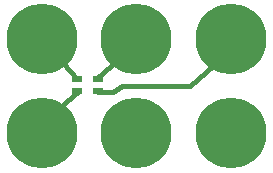
<source format=gtl>
%TF.GenerationSoftware,KiCad,Pcbnew,4.0.5-e0-6337~49~ubuntu16.04.1*%
%TF.CreationDate,2017-01-21T20:54:42-08:00*%
%TF.ProjectId,2x3-LED-RGB-SMT,3278332D4C45442D5247422D534D542E,1.0*%
%TF.FileFunction,Copper,L1,Top,Signal*%
%FSLAX46Y46*%
G04 Gerber Fmt 4.6, Leading zero omitted, Abs format (unit mm)*
G04 Created by KiCad (PCBNEW 4.0.5-e0-6337~49~ubuntu16.04.1) date Sat Jan 21 20:54:42 2017*
%MOMM*%
%LPD*%
G01*
G04 APERTURE LIST*
%ADD10C,0.350000*%
%ADD11C,0.400000*%
%ADD12C,6.000000*%
%ADD13R,0.850000X0.500000*%
%ADD14C,0.350000*%
G04 APERTURE END LIST*
D10*
D11*
X134574000Y-99194560D02*
X131574000Y-95794560D01*
X134674000Y-100194560D02*
X131274000Y-103194560D01*
X136174000Y-99194560D02*
X139574000Y-96194560D01*
X136324000Y-100294560D02*
X137574000Y-100294560D01*
X137574000Y-100294560D02*
X138324000Y-99794560D01*
X138324000Y-99794560D02*
X144074000Y-99794560D01*
X144074000Y-99794560D02*
X148074000Y-96294560D01*
D12*
X131574000Y-103794560D03*
X131574000Y-95794560D03*
X139574000Y-103794560D03*
D13*
X134574000Y-100194560D03*
X134574000Y-99194560D03*
X136324000Y-100194560D03*
X136324000Y-99194560D03*
D12*
X139574000Y-95794560D03*
X147574000Y-95794560D03*
X147574000Y-103794560D03*
D14*
X131574000Y-103794560D03*
X131574000Y-95794560D03*
X139574000Y-103794560D03*
X139574000Y-95794560D03*
X147574000Y-95794560D03*
X147574000Y-103794560D03*
M02*

</source>
